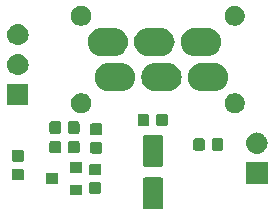
<source format=gbr>
G04 #@! TF.GenerationSoftware,KiCad,Pcbnew,(5.1.4)-1*
G04 #@! TF.CreationDate,2020-03-11T16:56:26-04:00*
G04 #@! TF.ProjectId,MicSwitchBoardElectret,4d696353-7769-4746-9368-426f61726445,rev?*
G04 #@! TF.SameCoordinates,Original*
G04 #@! TF.FileFunction,Soldermask,Bot*
G04 #@! TF.FilePolarity,Negative*
%FSLAX46Y46*%
G04 Gerber Fmt 4.6, Leading zero omitted, Abs format (unit mm)*
G04 Created by KiCad (PCBNEW (5.1.4)-1) date 2020-03-11 16:56:26*
%MOMM*%
%LPD*%
G04 APERTURE LIST*
%ADD10C,0.100000*%
G04 APERTURE END LIST*
D10*
G36*
X128495997Y-76993051D02*
G01*
X128529652Y-77003261D01*
X128560665Y-77019838D01*
X128587851Y-77042149D01*
X128610162Y-77069335D01*
X128626739Y-77100348D01*
X128636949Y-77134003D01*
X128641000Y-77175138D01*
X128641000Y-79504862D01*
X128636949Y-79545997D01*
X128626739Y-79579652D01*
X128610162Y-79610665D01*
X128587851Y-79637851D01*
X128560665Y-79660162D01*
X128529652Y-79676739D01*
X128495997Y-79686949D01*
X128454862Y-79691000D01*
X127125138Y-79691000D01*
X127084003Y-79686949D01*
X127050348Y-79676739D01*
X127019335Y-79660162D01*
X126992149Y-79637851D01*
X126969838Y-79610665D01*
X126953261Y-79579652D01*
X126943051Y-79545997D01*
X126939000Y-79504862D01*
X126939000Y-77175138D01*
X126943051Y-77134003D01*
X126953261Y-77100348D01*
X126969838Y-77069335D01*
X126992149Y-77042149D01*
X127019335Y-77019838D01*
X127050348Y-77003261D01*
X127084003Y-76993051D01*
X127125138Y-76989000D01*
X128454862Y-76989000D01*
X128495997Y-76993051D01*
X128495997Y-76993051D01*
G37*
G36*
X121771000Y-78511000D02*
G01*
X120769000Y-78511000D01*
X120769000Y-77609000D01*
X121771000Y-77609000D01*
X121771000Y-78511000D01*
X121771000Y-78511000D01*
G37*
G36*
X123279591Y-77405585D02*
G01*
X123313569Y-77415893D01*
X123344890Y-77432634D01*
X123372339Y-77455161D01*
X123394866Y-77482610D01*
X123411607Y-77513931D01*
X123421915Y-77547909D01*
X123426000Y-77589390D01*
X123426000Y-78190610D01*
X123421915Y-78232091D01*
X123411607Y-78266069D01*
X123394866Y-78297390D01*
X123372339Y-78324839D01*
X123344890Y-78347366D01*
X123313569Y-78364107D01*
X123279591Y-78374415D01*
X123238110Y-78378500D01*
X122561890Y-78378500D01*
X122520409Y-78374415D01*
X122486431Y-78364107D01*
X122455110Y-78347366D01*
X122427661Y-78324839D01*
X122405134Y-78297390D01*
X122388393Y-78266069D01*
X122378085Y-78232091D01*
X122374000Y-78190610D01*
X122374000Y-77589390D01*
X122378085Y-77547909D01*
X122388393Y-77513931D01*
X122405134Y-77482610D01*
X122427661Y-77455161D01*
X122455110Y-77432634D01*
X122486431Y-77415893D01*
X122520409Y-77405585D01*
X122561890Y-77401500D01*
X123238110Y-77401500D01*
X123279591Y-77405585D01*
X123279591Y-77405585D01*
G37*
G36*
X119771000Y-77561000D02*
G01*
X118769000Y-77561000D01*
X118769000Y-76659000D01*
X119771000Y-76659000D01*
X119771000Y-77561000D01*
X119771000Y-77561000D01*
G37*
G36*
X137491000Y-77531000D02*
G01*
X135689000Y-77531000D01*
X135689000Y-75729000D01*
X137491000Y-75729000D01*
X137491000Y-77531000D01*
X137491000Y-77531000D01*
G37*
G36*
X116719591Y-76253085D02*
G01*
X116753569Y-76263393D01*
X116784890Y-76280134D01*
X116812339Y-76302661D01*
X116834866Y-76330110D01*
X116851607Y-76361431D01*
X116861915Y-76395409D01*
X116866000Y-76436890D01*
X116866000Y-77038110D01*
X116861915Y-77079591D01*
X116851607Y-77113569D01*
X116834866Y-77144890D01*
X116812339Y-77172339D01*
X116784890Y-77194866D01*
X116753569Y-77211607D01*
X116719591Y-77221915D01*
X116678110Y-77226000D01*
X116001890Y-77226000D01*
X115960409Y-77221915D01*
X115926431Y-77211607D01*
X115895110Y-77194866D01*
X115867661Y-77172339D01*
X115845134Y-77144890D01*
X115828393Y-77113569D01*
X115818085Y-77079591D01*
X115814000Y-77038110D01*
X115814000Y-76436890D01*
X115818085Y-76395409D01*
X115828393Y-76361431D01*
X115845134Y-76330110D01*
X115867661Y-76302661D01*
X115895110Y-76280134D01*
X115926431Y-76263393D01*
X115960409Y-76253085D01*
X116001890Y-76249000D01*
X116678110Y-76249000D01*
X116719591Y-76253085D01*
X116719591Y-76253085D01*
G37*
G36*
X123279591Y-75830585D02*
G01*
X123313569Y-75840893D01*
X123344890Y-75857634D01*
X123372339Y-75880161D01*
X123394866Y-75907610D01*
X123411607Y-75938931D01*
X123421915Y-75972909D01*
X123426000Y-76014390D01*
X123426000Y-76615610D01*
X123421915Y-76657091D01*
X123411607Y-76691069D01*
X123394866Y-76722390D01*
X123372339Y-76749839D01*
X123344890Y-76772366D01*
X123313569Y-76789107D01*
X123279591Y-76799415D01*
X123238110Y-76803500D01*
X122561890Y-76803500D01*
X122520409Y-76799415D01*
X122486431Y-76789107D01*
X122455110Y-76772366D01*
X122427661Y-76749839D01*
X122405134Y-76722390D01*
X122388393Y-76691069D01*
X122378085Y-76657091D01*
X122374000Y-76615610D01*
X122374000Y-76014390D01*
X122378085Y-75972909D01*
X122388393Y-75938931D01*
X122405134Y-75907610D01*
X122427661Y-75880161D01*
X122455110Y-75857634D01*
X122486431Y-75840893D01*
X122520409Y-75830585D01*
X122561890Y-75826500D01*
X123238110Y-75826500D01*
X123279591Y-75830585D01*
X123279591Y-75830585D01*
G37*
G36*
X121771000Y-76611000D02*
G01*
X120769000Y-76611000D01*
X120769000Y-75709000D01*
X121771000Y-75709000D01*
X121771000Y-76611000D01*
X121771000Y-76611000D01*
G37*
G36*
X128495997Y-73393051D02*
G01*
X128529652Y-73403261D01*
X128560665Y-73419838D01*
X128587851Y-73442149D01*
X128610162Y-73469335D01*
X128626739Y-73500348D01*
X128636949Y-73534003D01*
X128641000Y-73575138D01*
X128641000Y-75904862D01*
X128636949Y-75945997D01*
X128626739Y-75979652D01*
X128610162Y-76010665D01*
X128587851Y-76037851D01*
X128560665Y-76060162D01*
X128529652Y-76076739D01*
X128495997Y-76086949D01*
X128454862Y-76091000D01*
X127125138Y-76091000D01*
X127084003Y-76086949D01*
X127050348Y-76076739D01*
X127019335Y-76060162D01*
X126992149Y-76037851D01*
X126969838Y-76010665D01*
X126953261Y-75979652D01*
X126943051Y-75945997D01*
X126939000Y-75904862D01*
X126939000Y-73575138D01*
X126943051Y-73534003D01*
X126953261Y-73500348D01*
X126969838Y-73469335D01*
X126992149Y-73442149D01*
X127019335Y-73419838D01*
X127050348Y-73403261D01*
X127084003Y-73393051D01*
X127125138Y-73389000D01*
X128454862Y-73389000D01*
X128495997Y-73393051D01*
X128495997Y-73393051D01*
G37*
G36*
X116719591Y-74678085D02*
G01*
X116753569Y-74688393D01*
X116784890Y-74705134D01*
X116812339Y-74727661D01*
X116834866Y-74755110D01*
X116851607Y-74786431D01*
X116861915Y-74820409D01*
X116866000Y-74861890D01*
X116866000Y-75463110D01*
X116861915Y-75504591D01*
X116851607Y-75538569D01*
X116834866Y-75569890D01*
X116812339Y-75597339D01*
X116784890Y-75619866D01*
X116753569Y-75636607D01*
X116719591Y-75646915D01*
X116678110Y-75651000D01*
X116001890Y-75651000D01*
X115960409Y-75646915D01*
X115926431Y-75636607D01*
X115895110Y-75619866D01*
X115867661Y-75597339D01*
X115845134Y-75569890D01*
X115828393Y-75538569D01*
X115818085Y-75504591D01*
X115814000Y-75463110D01*
X115814000Y-74861890D01*
X115818085Y-74820409D01*
X115828393Y-74786431D01*
X115845134Y-74755110D01*
X115867661Y-74727661D01*
X115895110Y-74705134D01*
X115926431Y-74688393D01*
X115960409Y-74678085D01*
X116001890Y-74674000D01*
X116678110Y-74674000D01*
X116719591Y-74678085D01*
X116719591Y-74678085D01*
G37*
G36*
X136700443Y-73195519D02*
G01*
X136766627Y-73202037D01*
X136936466Y-73253557D01*
X136936468Y-73253558D01*
X136981088Y-73277408D01*
X137092991Y-73337222D01*
X137111407Y-73352336D01*
X137230186Y-73449814D01*
X137299277Y-73534003D01*
X137342778Y-73587009D01*
X137342779Y-73587011D01*
X137391785Y-73678693D01*
X137426443Y-73743534D01*
X137477963Y-73913373D01*
X137495359Y-74090000D01*
X137477963Y-74266627D01*
X137426443Y-74436466D01*
X137342778Y-74592991D01*
X137313448Y-74628729D01*
X137230186Y-74730186D01*
X137128729Y-74813448D01*
X137092991Y-74842778D01*
X136936466Y-74926443D01*
X136766627Y-74977963D01*
X136700442Y-74984482D01*
X136634260Y-74991000D01*
X136545740Y-74991000D01*
X136479558Y-74984482D01*
X136413373Y-74977963D01*
X136243534Y-74926443D01*
X136087009Y-74842778D01*
X136051271Y-74813448D01*
X135949814Y-74730186D01*
X135866552Y-74628729D01*
X135837222Y-74592991D01*
X135753557Y-74436466D01*
X135702037Y-74266627D01*
X135684641Y-74090000D01*
X135702037Y-73913373D01*
X135753557Y-73743534D01*
X135788216Y-73678693D01*
X135837221Y-73587011D01*
X135837222Y-73587009D01*
X135880723Y-73534003D01*
X135949814Y-73449814D01*
X136068593Y-73352336D01*
X136087009Y-73337222D01*
X136198912Y-73277408D01*
X136243532Y-73253558D01*
X136243534Y-73253557D01*
X136413373Y-73202037D01*
X136479557Y-73195519D01*
X136545740Y-73189000D01*
X136634260Y-73189000D01*
X136700443Y-73195519D01*
X136700443Y-73195519D01*
G37*
G36*
X123349591Y-73995585D02*
G01*
X123383569Y-74005893D01*
X123414890Y-74022634D01*
X123442339Y-74045161D01*
X123464866Y-74072610D01*
X123481607Y-74103931D01*
X123491915Y-74137909D01*
X123496000Y-74179390D01*
X123496000Y-74780610D01*
X123491915Y-74822091D01*
X123481607Y-74856069D01*
X123464866Y-74887390D01*
X123442339Y-74914839D01*
X123414890Y-74937366D01*
X123383569Y-74954107D01*
X123349591Y-74964415D01*
X123308110Y-74968500D01*
X122631890Y-74968500D01*
X122590409Y-74964415D01*
X122556431Y-74954107D01*
X122525110Y-74937366D01*
X122497661Y-74914839D01*
X122475134Y-74887390D01*
X122458393Y-74856069D01*
X122448085Y-74822091D01*
X122444000Y-74780610D01*
X122444000Y-74179390D01*
X122448085Y-74137909D01*
X122458393Y-74103931D01*
X122475134Y-74072610D01*
X122497661Y-74045161D01*
X122525110Y-74022634D01*
X122556431Y-74005893D01*
X122590409Y-73995585D01*
X122631890Y-73991500D01*
X123308110Y-73991500D01*
X123349591Y-73995585D01*
X123349591Y-73995585D01*
G37*
G36*
X119857091Y-73898085D02*
G01*
X119891069Y-73908393D01*
X119922390Y-73925134D01*
X119949839Y-73947661D01*
X119972366Y-73975110D01*
X119989107Y-74006431D01*
X119999415Y-74040409D01*
X120003500Y-74081890D01*
X120003500Y-74758110D01*
X119999415Y-74799591D01*
X119989107Y-74833569D01*
X119972366Y-74864890D01*
X119949839Y-74892339D01*
X119922390Y-74914866D01*
X119891069Y-74931607D01*
X119857091Y-74941915D01*
X119815610Y-74946000D01*
X119214390Y-74946000D01*
X119172909Y-74941915D01*
X119138931Y-74931607D01*
X119107610Y-74914866D01*
X119080161Y-74892339D01*
X119057634Y-74864890D01*
X119040893Y-74833569D01*
X119030585Y-74799591D01*
X119026500Y-74758110D01*
X119026500Y-74081890D01*
X119030585Y-74040409D01*
X119040893Y-74006431D01*
X119057634Y-73975110D01*
X119080161Y-73947661D01*
X119107610Y-73925134D01*
X119138931Y-73908393D01*
X119172909Y-73898085D01*
X119214390Y-73894000D01*
X119815610Y-73894000D01*
X119857091Y-73898085D01*
X119857091Y-73898085D01*
G37*
G36*
X121432091Y-73898085D02*
G01*
X121466069Y-73908393D01*
X121497390Y-73925134D01*
X121524839Y-73947661D01*
X121547366Y-73975110D01*
X121564107Y-74006431D01*
X121574415Y-74040409D01*
X121578500Y-74081890D01*
X121578500Y-74758110D01*
X121574415Y-74799591D01*
X121564107Y-74833569D01*
X121547366Y-74864890D01*
X121524839Y-74892339D01*
X121497390Y-74914866D01*
X121466069Y-74931607D01*
X121432091Y-74941915D01*
X121390610Y-74946000D01*
X120789390Y-74946000D01*
X120747909Y-74941915D01*
X120713931Y-74931607D01*
X120682610Y-74914866D01*
X120655161Y-74892339D01*
X120632634Y-74864890D01*
X120615893Y-74833569D01*
X120605585Y-74799591D01*
X120601500Y-74758110D01*
X120601500Y-74081890D01*
X120605585Y-74040409D01*
X120615893Y-74006431D01*
X120632634Y-73975110D01*
X120655161Y-73947661D01*
X120682610Y-73925134D01*
X120713931Y-73908393D01*
X120747909Y-73898085D01*
X120789390Y-73894000D01*
X121390610Y-73894000D01*
X121432091Y-73898085D01*
X121432091Y-73898085D01*
G37*
G36*
X133602091Y-73678085D02*
G01*
X133636069Y-73688393D01*
X133667390Y-73705134D01*
X133694839Y-73727661D01*
X133717366Y-73755110D01*
X133734107Y-73786431D01*
X133744415Y-73820409D01*
X133748500Y-73861890D01*
X133748500Y-74538110D01*
X133744415Y-74579591D01*
X133734107Y-74613569D01*
X133717366Y-74644890D01*
X133694839Y-74672339D01*
X133667390Y-74694866D01*
X133636069Y-74711607D01*
X133602091Y-74721915D01*
X133560610Y-74726000D01*
X132959390Y-74726000D01*
X132917909Y-74721915D01*
X132883931Y-74711607D01*
X132852610Y-74694866D01*
X132825161Y-74672339D01*
X132802634Y-74644890D01*
X132785893Y-74613569D01*
X132775585Y-74579591D01*
X132771500Y-74538110D01*
X132771500Y-73861890D01*
X132775585Y-73820409D01*
X132785893Y-73786431D01*
X132802634Y-73755110D01*
X132825161Y-73727661D01*
X132852610Y-73705134D01*
X132883931Y-73688393D01*
X132917909Y-73678085D01*
X132959390Y-73674000D01*
X133560610Y-73674000D01*
X133602091Y-73678085D01*
X133602091Y-73678085D01*
G37*
G36*
X132027091Y-73678085D02*
G01*
X132061069Y-73688393D01*
X132092390Y-73705134D01*
X132119839Y-73727661D01*
X132142366Y-73755110D01*
X132159107Y-73786431D01*
X132169415Y-73820409D01*
X132173500Y-73861890D01*
X132173500Y-74538110D01*
X132169415Y-74579591D01*
X132159107Y-74613569D01*
X132142366Y-74644890D01*
X132119839Y-74672339D01*
X132092390Y-74694866D01*
X132061069Y-74711607D01*
X132027091Y-74721915D01*
X131985610Y-74726000D01*
X131384390Y-74726000D01*
X131342909Y-74721915D01*
X131308931Y-74711607D01*
X131277610Y-74694866D01*
X131250161Y-74672339D01*
X131227634Y-74644890D01*
X131210893Y-74613569D01*
X131200585Y-74579591D01*
X131196500Y-74538110D01*
X131196500Y-73861890D01*
X131200585Y-73820409D01*
X131210893Y-73786431D01*
X131227634Y-73755110D01*
X131250161Y-73727661D01*
X131277610Y-73705134D01*
X131308931Y-73688393D01*
X131342909Y-73678085D01*
X131384390Y-73674000D01*
X131985610Y-73674000D01*
X132027091Y-73678085D01*
X132027091Y-73678085D01*
G37*
G36*
X123349591Y-72420585D02*
G01*
X123383569Y-72430893D01*
X123414890Y-72447634D01*
X123442339Y-72470161D01*
X123464866Y-72497610D01*
X123481607Y-72528931D01*
X123491915Y-72562909D01*
X123496000Y-72604390D01*
X123496000Y-73205610D01*
X123491915Y-73247091D01*
X123481607Y-73281069D01*
X123464866Y-73312390D01*
X123442339Y-73339839D01*
X123414890Y-73362366D01*
X123383569Y-73379107D01*
X123349591Y-73389415D01*
X123308110Y-73393500D01*
X122631890Y-73393500D01*
X122590409Y-73389415D01*
X122556431Y-73379107D01*
X122525110Y-73362366D01*
X122497661Y-73339839D01*
X122475134Y-73312390D01*
X122458393Y-73281069D01*
X122448085Y-73247091D01*
X122444000Y-73205610D01*
X122444000Y-72604390D01*
X122448085Y-72562909D01*
X122458393Y-72528931D01*
X122475134Y-72497610D01*
X122497661Y-72470161D01*
X122525110Y-72447634D01*
X122556431Y-72430893D01*
X122590409Y-72420585D01*
X122631890Y-72416500D01*
X123308110Y-72416500D01*
X123349591Y-72420585D01*
X123349591Y-72420585D01*
G37*
G36*
X119852091Y-72248085D02*
G01*
X119886069Y-72258393D01*
X119917390Y-72275134D01*
X119944839Y-72297661D01*
X119967366Y-72325110D01*
X119984107Y-72356431D01*
X119994415Y-72390409D01*
X119998500Y-72431890D01*
X119998500Y-73108110D01*
X119994415Y-73149591D01*
X119984107Y-73183569D01*
X119967366Y-73214890D01*
X119944839Y-73242339D01*
X119917390Y-73264866D01*
X119886069Y-73281607D01*
X119852091Y-73291915D01*
X119810610Y-73296000D01*
X119209390Y-73296000D01*
X119167909Y-73291915D01*
X119133931Y-73281607D01*
X119102610Y-73264866D01*
X119075161Y-73242339D01*
X119052634Y-73214890D01*
X119035893Y-73183569D01*
X119025585Y-73149591D01*
X119021500Y-73108110D01*
X119021500Y-72431890D01*
X119025585Y-72390409D01*
X119035893Y-72356431D01*
X119052634Y-72325110D01*
X119075161Y-72297661D01*
X119102610Y-72275134D01*
X119133931Y-72258393D01*
X119167909Y-72248085D01*
X119209390Y-72244000D01*
X119810610Y-72244000D01*
X119852091Y-72248085D01*
X119852091Y-72248085D01*
G37*
G36*
X121427091Y-72248085D02*
G01*
X121461069Y-72258393D01*
X121492390Y-72275134D01*
X121519839Y-72297661D01*
X121542366Y-72325110D01*
X121559107Y-72356431D01*
X121569415Y-72390409D01*
X121573500Y-72431890D01*
X121573500Y-73108110D01*
X121569415Y-73149591D01*
X121559107Y-73183569D01*
X121542366Y-73214890D01*
X121519839Y-73242339D01*
X121492390Y-73264866D01*
X121461069Y-73281607D01*
X121427091Y-73291915D01*
X121385610Y-73296000D01*
X120784390Y-73296000D01*
X120742909Y-73291915D01*
X120708931Y-73281607D01*
X120677610Y-73264866D01*
X120650161Y-73242339D01*
X120627634Y-73214890D01*
X120610893Y-73183569D01*
X120600585Y-73149591D01*
X120596500Y-73108110D01*
X120596500Y-72431890D01*
X120600585Y-72390409D01*
X120610893Y-72356431D01*
X120627634Y-72325110D01*
X120650161Y-72297661D01*
X120677610Y-72275134D01*
X120708931Y-72258393D01*
X120742909Y-72248085D01*
X120784390Y-72244000D01*
X121385610Y-72244000D01*
X121427091Y-72248085D01*
X121427091Y-72248085D01*
G37*
G36*
X128891591Y-71614085D02*
G01*
X128925569Y-71624393D01*
X128956890Y-71641134D01*
X128984339Y-71663661D01*
X129006866Y-71691110D01*
X129023607Y-71722431D01*
X129033915Y-71756409D01*
X129038000Y-71797890D01*
X129038000Y-72474110D01*
X129033915Y-72515591D01*
X129023607Y-72549569D01*
X129006866Y-72580890D01*
X128984339Y-72608339D01*
X128956890Y-72630866D01*
X128925569Y-72647607D01*
X128891591Y-72657915D01*
X128850110Y-72662000D01*
X128248890Y-72662000D01*
X128207409Y-72657915D01*
X128173431Y-72647607D01*
X128142110Y-72630866D01*
X128114661Y-72608339D01*
X128092134Y-72580890D01*
X128075393Y-72549569D01*
X128065085Y-72515591D01*
X128061000Y-72474110D01*
X128061000Y-71797890D01*
X128065085Y-71756409D01*
X128075393Y-71722431D01*
X128092134Y-71691110D01*
X128114661Y-71663661D01*
X128142110Y-71641134D01*
X128173431Y-71624393D01*
X128207409Y-71614085D01*
X128248890Y-71610000D01*
X128850110Y-71610000D01*
X128891591Y-71614085D01*
X128891591Y-71614085D01*
G37*
G36*
X127316591Y-71614085D02*
G01*
X127350569Y-71624393D01*
X127381890Y-71641134D01*
X127409339Y-71663661D01*
X127431866Y-71691110D01*
X127448607Y-71722431D01*
X127458915Y-71756409D01*
X127463000Y-71797890D01*
X127463000Y-72474110D01*
X127458915Y-72515591D01*
X127448607Y-72549569D01*
X127431866Y-72580890D01*
X127409339Y-72608339D01*
X127381890Y-72630866D01*
X127350569Y-72647607D01*
X127316591Y-72657915D01*
X127275110Y-72662000D01*
X126673890Y-72662000D01*
X126632409Y-72657915D01*
X126598431Y-72647607D01*
X126567110Y-72630866D01*
X126539661Y-72608339D01*
X126517134Y-72580890D01*
X126500393Y-72549569D01*
X126490085Y-72515591D01*
X126486000Y-72474110D01*
X126486000Y-71797890D01*
X126490085Y-71756409D01*
X126500393Y-71722431D01*
X126517134Y-71691110D01*
X126539661Y-71663661D01*
X126567110Y-71641134D01*
X126598431Y-71624393D01*
X126632409Y-71614085D01*
X126673890Y-71610000D01*
X127275110Y-71610000D01*
X127316591Y-71614085D01*
X127316591Y-71614085D01*
G37*
G36*
X134958228Y-69891703D02*
G01*
X135113100Y-69955853D01*
X135252481Y-70048985D01*
X135371015Y-70167519D01*
X135464147Y-70306900D01*
X135528297Y-70461772D01*
X135561000Y-70626184D01*
X135561000Y-70793816D01*
X135528297Y-70958228D01*
X135464147Y-71113100D01*
X135371015Y-71252481D01*
X135252481Y-71371015D01*
X135113100Y-71464147D01*
X134958228Y-71528297D01*
X134793816Y-71561000D01*
X134626184Y-71561000D01*
X134461772Y-71528297D01*
X134306900Y-71464147D01*
X134167519Y-71371015D01*
X134048985Y-71252481D01*
X133955853Y-71113100D01*
X133891703Y-70958228D01*
X133859000Y-70793816D01*
X133859000Y-70626184D01*
X133891703Y-70461772D01*
X133955853Y-70306900D01*
X134048985Y-70167519D01*
X134167519Y-70048985D01*
X134306900Y-69955853D01*
X134461772Y-69891703D01*
X134626184Y-69859000D01*
X134793816Y-69859000D01*
X134958228Y-69891703D01*
X134958228Y-69891703D01*
G37*
G36*
X121958228Y-69891703D02*
G01*
X122113100Y-69955853D01*
X122252481Y-70048985D01*
X122371015Y-70167519D01*
X122464147Y-70306900D01*
X122528297Y-70461772D01*
X122561000Y-70626184D01*
X122561000Y-70793816D01*
X122528297Y-70958228D01*
X122464147Y-71113100D01*
X122371015Y-71252481D01*
X122252481Y-71371015D01*
X122113100Y-71464147D01*
X121958228Y-71528297D01*
X121793816Y-71561000D01*
X121626184Y-71561000D01*
X121461772Y-71528297D01*
X121306900Y-71464147D01*
X121167519Y-71371015D01*
X121048985Y-71252481D01*
X120955853Y-71113100D01*
X120891703Y-70958228D01*
X120859000Y-70793816D01*
X120859000Y-70626184D01*
X120891703Y-70461772D01*
X120955853Y-70306900D01*
X121048985Y-70167519D01*
X121167519Y-70048985D01*
X121306900Y-69955853D01*
X121461772Y-69891703D01*
X121626184Y-69859000D01*
X121793816Y-69859000D01*
X121958228Y-69891703D01*
X121958228Y-69891703D01*
G37*
G36*
X117251000Y-70876000D02*
G01*
X115449000Y-70876000D01*
X115449000Y-69074000D01*
X117251000Y-69074000D01*
X117251000Y-70876000D01*
X117251000Y-70876000D01*
G37*
G36*
X133195437Y-67326378D02*
G01*
X133421827Y-67395052D01*
X133630468Y-67506573D01*
X133813344Y-67656656D01*
X133963427Y-67839532D01*
X134074948Y-68048173D01*
X134143622Y-68274563D01*
X134166811Y-68510000D01*
X134143622Y-68745437D01*
X134074948Y-68971827D01*
X133963427Y-69180468D01*
X133813344Y-69363344D01*
X133630468Y-69513427D01*
X133421827Y-69624948D01*
X133195437Y-69693622D01*
X133018999Y-69711000D01*
X131901001Y-69711000D01*
X131724563Y-69693622D01*
X131498173Y-69624948D01*
X131289532Y-69513427D01*
X131106656Y-69363344D01*
X130956573Y-69180468D01*
X130845052Y-68971827D01*
X130776378Y-68745437D01*
X130753189Y-68510000D01*
X130776378Y-68274563D01*
X130845052Y-68048173D01*
X130956573Y-67839532D01*
X131106656Y-67656656D01*
X131289532Y-67506573D01*
X131498173Y-67395052D01*
X131724563Y-67326378D01*
X131901001Y-67309000D01*
X133018999Y-67309000D01*
X133195437Y-67326378D01*
X133195437Y-67326378D01*
G37*
G36*
X129245437Y-67326378D02*
G01*
X129471827Y-67395052D01*
X129680468Y-67506573D01*
X129863344Y-67656656D01*
X130013427Y-67839532D01*
X130124948Y-68048173D01*
X130193622Y-68274563D01*
X130216811Y-68510000D01*
X130193622Y-68745437D01*
X130124948Y-68971827D01*
X130013427Y-69180468D01*
X129863344Y-69363344D01*
X129680468Y-69513427D01*
X129471827Y-69624948D01*
X129245437Y-69693622D01*
X129068999Y-69711000D01*
X127951001Y-69711000D01*
X127774563Y-69693622D01*
X127548173Y-69624948D01*
X127339532Y-69513427D01*
X127156656Y-69363344D01*
X127006573Y-69180468D01*
X126895052Y-68971827D01*
X126826378Y-68745437D01*
X126803189Y-68510000D01*
X126826378Y-68274563D01*
X126895052Y-68048173D01*
X127006573Y-67839532D01*
X127156656Y-67656656D01*
X127339532Y-67506573D01*
X127548173Y-67395052D01*
X127774563Y-67326378D01*
X127951001Y-67309000D01*
X129068999Y-67309000D01*
X129245437Y-67326378D01*
X129245437Y-67326378D01*
G37*
G36*
X125295437Y-67326378D02*
G01*
X125521827Y-67395052D01*
X125730468Y-67506573D01*
X125913344Y-67656656D01*
X126063427Y-67839532D01*
X126174948Y-68048173D01*
X126243622Y-68274563D01*
X126266811Y-68510000D01*
X126243622Y-68745437D01*
X126174948Y-68971827D01*
X126063427Y-69180468D01*
X125913344Y-69363344D01*
X125730468Y-69513427D01*
X125521827Y-69624948D01*
X125295437Y-69693622D01*
X125118999Y-69711000D01*
X124001001Y-69711000D01*
X123824563Y-69693622D01*
X123598173Y-69624948D01*
X123389532Y-69513427D01*
X123206656Y-69363344D01*
X123056573Y-69180468D01*
X122945052Y-68971827D01*
X122876378Y-68745437D01*
X122853189Y-68510000D01*
X122876378Y-68274563D01*
X122945052Y-68048173D01*
X123056573Y-67839532D01*
X123206656Y-67656656D01*
X123389532Y-67506573D01*
X123598173Y-67395052D01*
X123824563Y-67326378D01*
X124001001Y-67309000D01*
X125118999Y-67309000D01*
X125295437Y-67326378D01*
X125295437Y-67326378D01*
G37*
G36*
X116460442Y-66540518D02*
G01*
X116526627Y-66547037D01*
X116696466Y-66598557D01*
X116852991Y-66682222D01*
X116888057Y-66711000D01*
X116990186Y-66794814D01*
X117073448Y-66896271D01*
X117102778Y-66932009D01*
X117186443Y-67088534D01*
X117237963Y-67258373D01*
X117255359Y-67435000D01*
X117237963Y-67611627D01*
X117186443Y-67781466D01*
X117102778Y-67937991D01*
X117073448Y-67973729D01*
X116990186Y-68075186D01*
X116888729Y-68158448D01*
X116852991Y-68187778D01*
X116696466Y-68271443D01*
X116526627Y-68322963D01*
X116460442Y-68329482D01*
X116394260Y-68336000D01*
X116305740Y-68336000D01*
X116239558Y-68329482D01*
X116173373Y-68322963D01*
X116003534Y-68271443D01*
X115847009Y-68187778D01*
X115811271Y-68158448D01*
X115709814Y-68075186D01*
X115626552Y-67973729D01*
X115597222Y-67937991D01*
X115513557Y-67781466D01*
X115462037Y-67611627D01*
X115444641Y-67435000D01*
X115462037Y-67258373D01*
X115513557Y-67088534D01*
X115597222Y-66932009D01*
X115626552Y-66896271D01*
X115709814Y-66794814D01*
X115811943Y-66711000D01*
X115847009Y-66682222D01*
X116003534Y-66598557D01*
X116173373Y-66547037D01*
X116239558Y-66540518D01*
X116305740Y-66534000D01*
X116394260Y-66534000D01*
X116460442Y-66540518D01*
X116460442Y-66540518D01*
G37*
G36*
X124695437Y-64326378D02*
G01*
X124921827Y-64395052D01*
X125130468Y-64506573D01*
X125313344Y-64656656D01*
X125463427Y-64839532D01*
X125574948Y-65048173D01*
X125643622Y-65274563D01*
X125666811Y-65510000D01*
X125643622Y-65745437D01*
X125574948Y-65971827D01*
X125463427Y-66180468D01*
X125313344Y-66363344D01*
X125130468Y-66513427D01*
X124921827Y-66624948D01*
X124695437Y-66693622D01*
X124518999Y-66711000D01*
X123401001Y-66711000D01*
X123224563Y-66693622D01*
X122998173Y-66624948D01*
X122789532Y-66513427D01*
X122606656Y-66363344D01*
X122456573Y-66180468D01*
X122345052Y-65971827D01*
X122276378Y-65745437D01*
X122253189Y-65510000D01*
X122276378Y-65274563D01*
X122345052Y-65048173D01*
X122456573Y-64839532D01*
X122606656Y-64656656D01*
X122789532Y-64506573D01*
X122998173Y-64395052D01*
X123224563Y-64326378D01*
X123401001Y-64309000D01*
X124518999Y-64309000D01*
X124695437Y-64326378D01*
X124695437Y-64326378D01*
G37*
G36*
X128645437Y-64326378D02*
G01*
X128871827Y-64395052D01*
X129080468Y-64506573D01*
X129263344Y-64656656D01*
X129413427Y-64839532D01*
X129524948Y-65048173D01*
X129593622Y-65274563D01*
X129616811Y-65510000D01*
X129593622Y-65745437D01*
X129524948Y-65971827D01*
X129413427Y-66180468D01*
X129263344Y-66363344D01*
X129080468Y-66513427D01*
X128871827Y-66624948D01*
X128645437Y-66693622D01*
X128468999Y-66711000D01*
X127351001Y-66711000D01*
X127174563Y-66693622D01*
X126948173Y-66624948D01*
X126739532Y-66513427D01*
X126556656Y-66363344D01*
X126406573Y-66180468D01*
X126295052Y-65971827D01*
X126226378Y-65745437D01*
X126203189Y-65510000D01*
X126226378Y-65274563D01*
X126295052Y-65048173D01*
X126406573Y-64839532D01*
X126556656Y-64656656D01*
X126739532Y-64506573D01*
X126948173Y-64395052D01*
X127174563Y-64326378D01*
X127351001Y-64309000D01*
X128468999Y-64309000D01*
X128645437Y-64326378D01*
X128645437Y-64326378D01*
G37*
G36*
X132595437Y-64326378D02*
G01*
X132821827Y-64395052D01*
X133030468Y-64506573D01*
X133213344Y-64656656D01*
X133363427Y-64839532D01*
X133474948Y-65048173D01*
X133543622Y-65274563D01*
X133566811Y-65510000D01*
X133543622Y-65745437D01*
X133474948Y-65971827D01*
X133363427Y-66180468D01*
X133213344Y-66363344D01*
X133030468Y-66513427D01*
X132821827Y-66624948D01*
X132595437Y-66693622D01*
X132418999Y-66711000D01*
X131301001Y-66711000D01*
X131124563Y-66693622D01*
X130898173Y-66624948D01*
X130689532Y-66513427D01*
X130506656Y-66363344D01*
X130356573Y-66180468D01*
X130245052Y-65971827D01*
X130176378Y-65745437D01*
X130153189Y-65510000D01*
X130176378Y-65274563D01*
X130245052Y-65048173D01*
X130356573Y-64839532D01*
X130506656Y-64656656D01*
X130689532Y-64506573D01*
X130898173Y-64395052D01*
X131124563Y-64326378D01*
X131301001Y-64309000D01*
X132418999Y-64309000D01*
X132595437Y-64326378D01*
X132595437Y-64326378D01*
G37*
G36*
X116460442Y-64000518D02*
G01*
X116526627Y-64007037D01*
X116696466Y-64058557D01*
X116852991Y-64142222D01*
X116875872Y-64161000D01*
X116990186Y-64254814D01*
X117048916Y-64326378D01*
X117102778Y-64392009D01*
X117186443Y-64548534D01*
X117237963Y-64718373D01*
X117255359Y-64895000D01*
X117237963Y-65071627D01*
X117186443Y-65241466D01*
X117102778Y-65397991D01*
X117073448Y-65433729D01*
X116990186Y-65535186D01*
X116888729Y-65618448D01*
X116852991Y-65647778D01*
X116696466Y-65731443D01*
X116526627Y-65782963D01*
X116460443Y-65789481D01*
X116394260Y-65796000D01*
X116305740Y-65796000D01*
X116239557Y-65789481D01*
X116173373Y-65782963D01*
X116003534Y-65731443D01*
X115847009Y-65647778D01*
X115811271Y-65618448D01*
X115709814Y-65535186D01*
X115626552Y-65433729D01*
X115597222Y-65397991D01*
X115513557Y-65241466D01*
X115462037Y-65071627D01*
X115444641Y-64895000D01*
X115462037Y-64718373D01*
X115513557Y-64548534D01*
X115597222Y-64392009D01*
X115651084Y-64326378D01*
X115709814Y-64254814D01*
X115824128Y-64161000D01*
X115847009Y-64142222D01*
X116003534Y-64058557D01*
X116173373Y-64007037D01*
X116239558Y-64000518D01*
X116305740Y-63994000D01*
X116394260Y-63994000D01*
X116460442Y-64000518D01*
X116460442Y-64000518D01*
G37*
G36*
X134958228Y-62491703D02*
G01*
X135113100Y-62555853D01*
X135252481Y-62648985D01*
X135371015Y-62767519D01*
X135464147Y-62906900D01*
X135528297Y-63061772D01*
X135561000Y-63226184D01*
X135561000Y-63393816D01*
X135528297Y-63558228D01*
X135464147Y-63713100D01*
X135371015Y-63852481D01*
X135252481Y-63971015D01*
X135113100Y-64064147D01*
X134958228Y-64128297D01*
X134793816Y-64161000D01*
X134626184Y-64161000D01*
X134461772Y-64128297D01*
X134306900Y-64064147D01*
X134167519Y-63971015D01*
X134048985Y-63852481D01*
X133955853Y-63713100D01*
X133891703Y-63558228D01*
X133859000Y-63393816D01*
X133859000Y-63226184D01*
X133891703Y-63061772D01*
X133955853Y-62906900D01*
X134048985Y-62767519D01*
X134167519Y-62648985D01*
X134306900Y-62555853D01*
X134461772Y-62491703D01*
X134626184Y-62459000D01*
X134793816Y-62459000D01*
X134958228Y-62491703D01*
X134958228Y-62491703D01*
G37*
G36*
X121958228Y-62491703D02*
G01*
X122113100Y-62555853D01*
X122252481Y-62648985D01*
X122371015Y-62767519D01*
X122464147Y-62906900D01*
X122528297Y-63061772D01*
X122561000Y-63226184D01*
X122561000Y-63393816D01*
X122528297Y-63558228D01*
X122464147Y-63713100D01*
X122371015Y-63852481D01*
X122252481Y-63971015D01*
X122113100Y-64064147D01*
X121958228Y-64128297D01*
X121793816Y-64161000D01*
X121626184Y-64161000D01*
X121461772Y-64128297D01*
X121306900Y-64064147D01*
X121167519Y-63971015D01*
X121048985Y-63852481D01*
X120955853Y-63713100D01*
X120891703Y-63558228D01*
X120859000Y-63393816D01*
X120859000Y-63226184D01*
X120891703Y-63061772D01*
X120955853Y-62906900D01*
X121048985Y-62767519D01*
X121167519Y-62648985D01*
X121306900Y-62555853D01*
X121461772Y-62491703D01*
X121626184Y-62459000D01*
X121793816Y-62459000D01*
X121958228Y-62491703D01*
X121958228Y-62491703D01*
G37*
M02*

</source>
